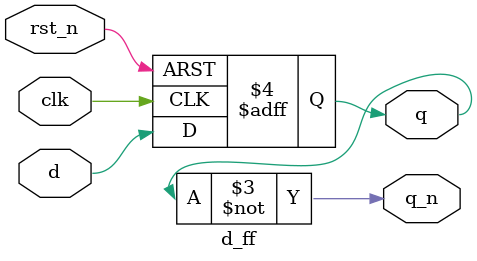
<source format=v>
module d_ff(
  q, q_n,
  clk, d, rst_n
);

  output q, q_n;
  reg    q;
  input  clk,
         d,
         rst_n;

  always @ (posedge clk or negedge rst_n)
    begin
      if (!rst_n)
        q <= 0;
      else
        q <= d;
    end

  assign q_n = ~q;

endmodule

</source>
